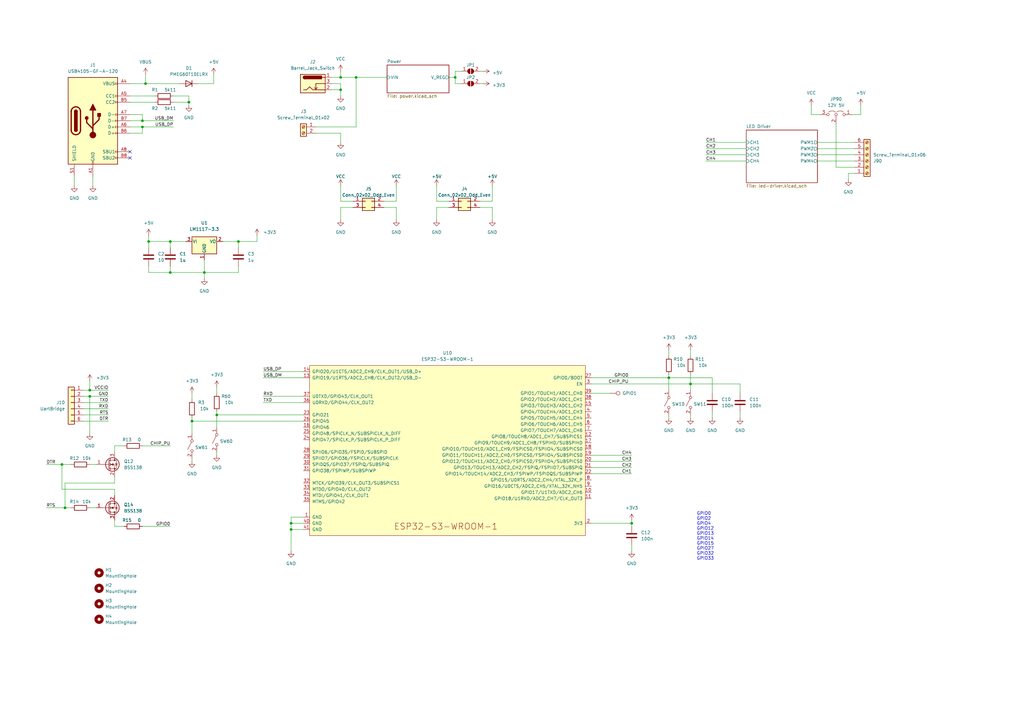
<source format=kicad_sch>
(kicad_sch (version 20230121) (generator eeschema)
  (paper "A3")
  (title_block (title "Starfish") (date "2023-01-30") (rev "A") (company "PaEber Electronics") (comment 1 "ESP based LED driver for ESPHome"))
  (lib_symbols
    (symbol "+3V3_1" (power) (pin_names (offset 0))
      (property "Value" "+3V3_1" (at 0 3.556 0))
      (symbol "+3V3_1_1_1"
        (pin power_in line (at 0 0 90) (length 0) hide (name "+3V3") (number "1"))
      )
    )
    (symbol "+5V_1" (power) (pin_names (offset 0))
      (property "Value" "+5V_1" (at 0 3.556 0))
      (symbol "+5V_1_1_1"
        (pin power_in line (at 0 0 90) (length 0) hide (name "+5V") (number "1"))
      )
    )
    (symbol "+5V_2" (power) (pin_names (offset 0))
      (property "Value" "+5V_2" (at 0 3.556 0))
      (symbol "+5V_2_1_1"
        (pin power_in line (at 0 0 90) (length 0) hide (name "+5V") (number "1"))
      )
    )
    (symbol "Connector:Barrel_Jack_Switch" (pin_names hide)
      (property "Reference" "J" (at 0 5.334 0))
      (property "Value" "Barrel_Jack_Switch" (at 0 -5.08 0))
      (symbol "Barrel_Jack_Switch_1_1"
        (pin passive line (at 7.62 2.54 180) (length 2.54) (name "~") (number "1"))
        (pin passive line (at 7.62 -2.54 180) (length 2.54) (name "~") (number "2"))
        (pin passive line (at 7.62 0 180) (length 2.54) (name "~") (number "3"))
      )
    )
    (symbol "Connector:Screw_Terminal_01x02" (pin_names (offset 1.016) hide)
      (property "Reference" "J" (at 0 2.54 0))
      (property "Value" "Screw_Terminal_01x02" (at 0 -5.08 0))
      (symbol "Screw_Terminal_01x02_1_1"
        (pin passive line (at -5.08 0 0) (length 3.81) (name "Pin_1") (number "1"))
        (pin passive line (at -5.08 -2.54 0) (length 3.81) (name "Pin_2") (number "2"))
      )
    )
    (symbol "Connector:Screw_Terminal_01x06" (pin_names (offset 1.016) hide)
      (property "Reference" "J" (at 0 7.62 0))
      (property "Value" "Screw_Terminal_01x06" (at 0 -10.16 0))
      (symbol "Screw_Terminal_01x06_1_1"
        (pin passive line (at -5.08 5.08 0) (length 3.81) (name "Pin_1") (number "1"))
        (pin passive line (at -5.08 2.54 0) (length 3.81) (name "Pin_2") (number "2"))
        (pin passive line (at -5.08 0 0) (length 3.81) (name "Pin_3") (number "3"))
        (pin passive line (at -5.08 -2.54 0) (length 3.81) (name "Pin_4") (number "4"))
        (pin passive line (at -5.08 -5.08 0) (length 3.81) (name "Pin_5") (number "5"))
        (pin passive line (at -5.08 -7.62 0) (length 3.81) (name "Pin_6") (number "6"))
      )
    )
    (symbol "Connector:TestPoint" (pin_numbers hide) (pin_names (offset 0.762) hide)
      (property "Reference" "TP" (at 0 6.858 0))
      (property "Value" "TestPoint" (at 0 5.08 0))
      (symbol "TestPoint_1_1"
        (pin passive line (at 0 0 90) (length 2.54) (name "1") (number "1"))
      )
    )
    (symbol "Connector_Generic:Conn_01x06" (pin_names (offset 1.016) hide)
      (property "Reference" "J" (at 0 7.62 0))
      (property "Value" "Conn_01x06" (at 0 -10.16 0))
      (symbol "Conn_01x06_1_1"
        (pin passive line (at -5.08 5.08 0) (length 3.81) (name "Pin_1") (number "1"))
        (pin passive line (at -5.08 2.54 0) (length 3.81) (name "Pin_2") (number "2"))
        (pin passive line (at -5.08 0 0) (length 3.81) (name "Pin_3") (number "3"))
        (pin passive line (at -5.08 -2.54 0) (length 3.81) (name "Pin_4") (number "4"))
        (pin passive line (at -5.08 -5.08 0) (length 3.81) (name "Pin_5") (number "5"))
        (pin passive line (at -5.08 -7.62 0) (length 3.81) (name "Pin_6") (number "6"))
      )
    )
    (symbol "Connector_Generic:Conn_02x02_Odd_Even" (pin_names (offset 1.016) hide)
      (property "Reference" "J" (at 1.27 2.54 0))
      (property "Value" "Conn_02x02_Odd_Even" (at 1.27 -5.08 0))
      (symbol "Conn_02x02_Odd_Even_1_1"
        (pin passive line (at -5.08 0 0) (length 3.81) (name "Pin_1") (number "1"))
        (pin passive line (at 7.62 0 180) (length 3.81) (name "Pin_2") (number "2"))
        (pin passive line (at -5.08 -2.54 0) (length 3.81) (name "Pin_3") (number "3"))
        (pin passive line (at 7.62 -2.54 180) (length 3.81) (name "Pin_4") (number "4"))
      )
    )
    (symbol "Device:C" (pin_numbers hide) (pin_names (offset 0.254))
      (property "Reference" "C" (at 0.635 2.54 0))
      (property "Value" "C" (at 0.635 -2.54 0))
      (symbol "C_1_1"
        (pin passive line (at 0 3.81 270) (length 2.794) (name "~") (number "1"))
        (pin passive line (at 0 -3.81 90) (length 2.794) (name "~") (number "2"))
      )
    )
    (symbol "Device:D" (pin_numbers hide) (pin_names (offset 1.016) hide)
      (property "Reference" "D" (at 0 2.54 0))
      (property "Value" "D" (at 0 -2.54 0))
      (symbol "D_1_1"
        (pin passive line (at -3.81 0 0) (length 2.54) (name "K") (number "1"))
        (pin passive line (at 3.81 0 180) (length 2.54) (name "A") (number "2"))
      )
    )
    (symbol "Device:R" (pin_numbers hide) (pin_names (offset 0))
      (property "Reference" "R" (at 2.032 0 90))
      (property "Value" "R" (at 0 0 90))
      (symbol "R_1_1"
        (pin passive line (at 0 3.81 270) (length 1.27) (name "~") (number "1"))
        (pin passive line (at 0 -3.81 90) (length 1.27) (name "~") (number "2"))
      )
    )
    (symbol "Espressif:ESP32-S3-WROOM-1" (pin_names (offset 1.016))
      (property "Reference" "U" (at 0 35.56 0))
      (property "Value" "ESP32-S3-WROOM-1" (at 0 -36.83 0))
      (symbol "ESP32-S3-WROOM-1_0_0"
        (text "ESP32-S3-WROOM-1" (at 0 -31.75 0) (effects (font (size 2.54 2.54))))
        (pin power_in line (at 58.42 -27.94 180) (length 2.54) (name "GND") (number "1"))
        (pin bidirectional line (at -59.69 -17.78 0) (length 2.54) (name "GPIO17/U1TXD/ADC2_CH6") (number "10"))
        (pin bidirectional line (at -59.69 -20.32 0) (length 2.54) (name "GPIO18/U1RXD/ADC2_CH7/CLK_OUT3") (number "11"))
        (pin bidirectional line (at -59.69 5.08 0) (length 2.54) (name "GPIO8/TOUCH8/ADC1_CH7/SUBSPICS1") (number "12"))
        (pin bidirectional line (at 58.42 29.21 180) (length 2.54) (name "GPIO19/U1RTS/ADC2_CH8/CLK_OUT2/USB_D-") (number "13"))
        (pin bidirectional line (at 58.42 31.75 180) (length 2.54) (name "GPIO20/U1CTS/ADC2_CH9/CLK_OUT1/USB_D+") (number "14"))
        (pin bidirectional line (at -59.69 17.78 0) (length 2.54) (name "GPIO3/TOUCH3/ADC1_CH2") (number "15"))
        (pin bidirectional line (at 58.42 8.89 180) (length 2.54) (name "GPIO46") (number "16"))
        (pin bidirectional line (at -59.69 2.54 0) (length 2.54) (name "GPIO9/TOUCH9/ADC1_CH8/FSPIHD/SUBSPIHD") (number "17"))
        (pin bidirectional line (at -59.69 0 0) (length 2.54) (name "GPIO10/TOUCH10/ADC1_CH9/FSPICS0/FSPIIO4/SUBSPICS0") (number "18"))
        (pin bidirectional line (at -59.69 -2.54 0) (length 2.54) (name "GPIO11/TOUCH11/ADC2_CH0/FSPICS0/FSPIIO4/SUBSPICS0") (number "19"))
        (pin power_in line (at -59.69 -30.48 0) (length 2.54) (name "3V3") (number "2"))
        (pin bidirectional line (at -59.69 -5.08 0) (length 2.54) (name "GPIO12/TOUCH11/ADC2_CH0/FSPICS0/FSPIIO4/SUBSPICS0") (number "20"))
        (pin bidirectional line (at -59.69 -7.62 0) (length 2.54) (name "GPIO13/TOUCH13/ADC2_CH2/FSPIQ/FSPIIO7/SUBSPIQ") (number "21"))
        (pin bidirectional line (at -59.69 -10.16 0) (length 2.54) (name "GPIO14/TOUCH14/ADC2_CH3/FSPIWP/FSPIDQS/SUBSPIWP") (number "22"))
        (pin bidirectional line (at 58.42 13.97 180) (length 2.54) (name "GPIO21") (number "23"))
        (pin bidirectional line (at 58.42 3.81 180) (length 2.54) (name "GPIO47/SPICLK_P/SUBSPICLK_P_DIFF") (number "24"))
        (pin bidirectional line (at 58.42 6.35 180) (length 2.54) (name "GPIO48/SPICLK_N/SUBSPICLK_N_DIFF") (number "25"))
        (pin bidirectional line (at 58.42 11.43 180) (length 2.54) (name "GPIO45") (number "26"))
        (pin bidirectional line (at -59.69 29.21 0) (length 2.54) (name "GPIO0/BOOT") (number "27"))
        (pin bidirectional line (at 58.42 -1.27 180) (length 2.54) (name "SPIIO6/GPIO35/FSPID/SUBSPID") (number "28"))
        (pin bidirectional line (at 58.42 -3.81 180) (length 2.54) (name "SPIIO7/GPIO36/FSPICLK/SUBSPICLK") (number "29"))
        (pin input line (at -59.69 26.67 0) (length 2.54) (name "EN") (number "3"))
        (pin bidirectional line (at 58.42 -6.35 180) (length 2.54) (name "SPIDQS/GPIO37/FSPIQ/SUBSPIQ") (number "30"))
        (pin bidirectional line (at 58.42 -8.89 180) (length 2.54) (name "GPIO38/FSPIWP/SUBSPIWP") (number "31"))
        (pin bidirectional line (at 58.42 -13.97 180) (length 2.54) (name "MTCK/GPIO39/CLK_OUT3/SUBSPICS1") (number "32"))
        (pin bidirectional line (at 58.42 -16.51 180) (length 2.54) (name "MTDO/GPIO40/CLK_OUT2") (number "33"))
        (pin bidirectional line (at 58.42 -19.05 180) (length 2.54) (name "MTDI/GPIO41/CLK_OUT1") (number "34"))
        (pin bidirectional line (at 58.42 -21.59 180) (length 2.54) (name "MTMS/GPIO42") (number "35"))
        (pin bidirectional line (at 58.42 19.05 180) (length 2.54) (name "U0RXD/GPIO44/CLK_OUT2") (number "36"))
        (pin bidirectional line (at 58.42 21.59 180) (length 2.54) (name "U0TXD/GPIO43/CLK_OUT1") (number "37"))
        (pin bidirectional line (at -59.69 20.32 0) (length 2.54) (name "GPIO2/TOUCH2/ADC1_CH1") (number "38"))
        (pin bidirectional line (at -59.69 22.86 0) (length 2.54) (name "GPIO1/TOUCH1/ADC1_CH0") (number "39"))
        (pin bidirectional line (at -59.69 15.24 0) (length 2.54) (name "GPIO4/TOUCH4/ADC1_CH3") (number "4"))
        (pin power_in line (at 58.42 -30.48 180) (length 2.54) (name "GND") (number "40"))
        (pin power_in line (at 58.42 -33.02 180) (length 2.54) (name "GND") (number "41"))
        (pin bidirectional line (at -59.69 12.7 0) (length 2.54) (name "GPIO5/TOUCH5/ADC1_CH4") (number "5"))
        (pin bidirectional line (at -59.69 10.16 0) (length 2.54) (name "GPIO6/TOUCH6/ADC1_CH5") (number "6"))
        (pin bidirectional line (at -59.69 7.62 0) (length 2.54) (name "GPIO7/TOUCH7/ADC1_CH6") (number "7"))
        (pin bidirectional line (at -59.69 -12.7 0) (length 2.54) (name "GPIO15/U0RTS/ADC2_CH4/XTAL_32K_P") (number "8"))
        (pin bidirectional line (at -59.69 -15.24 0) (length 2.54) (name "GPIO16/U0CTS/ADC2_CH5/XTAL_32K_NH5") (number "9"))
      )
    )
    (symbol "GND_1" (power) (pin_names (offset 0))
      (property "Value" "GND_1" (at 0 -3.81 0))
      (symbol "GND_1_1_1"
        (pin power_in line (at 0 0 270) (length 0) hide (name "GND") (number "1"))
      )
    )
    (symbol "GND_2" (power) (pin_names (offset 0))
      (property "Value" "GND_2" (at 0 -3.81 0))
      (symbol "GND_2_1_1"
        (pin power_in line (at 0 0 270) (length 0) hide (name "GND") (number "1"))
      )
    )
    (symbol "Jumper:Jumper_3_Open" (pin_names (offset 0) hide)
      (property "Reference" "JP" (at -2.54 -2.54 0))
      (property "Value" "Jumper_3_Open" (at 0 2.794 0))
      (symbol "Jumper_3_Open_1_1"
        (pin passive line (at -6.35 0 0) (length 2.54) (name "A") (number "1"))
        (pin input line (at 0 -3.81 90) (length 2.54) (name "C") (number "2"))
        (pin passive line (at 6.35 0 180) (length 2.54) (name "B") (number "3"))
      )
    )
    (symbol "Jumper:SolderJumper_2_Open" (pin_names (offset 0) hide)
      (property "Reference" "JP" (at 0 2.032 0))
      (property "Value" "SolderJumper_2_Open" (at 0 -2.54 0))
      (symbol "SolderJumper_2_Open_1_1"
        (pin passive line (at -3.81 0 0) (length 2.54) (name "A") (number "1"))
        (pin passive line (at 3.81 0 180) (length 2.54) (name "B") (number "2"))
      )
    )
    (symbol "Mechanical:MountingHole" (pin_names (offset 1.016))
      (property "Reference" "H" (at 0 5.08 0))
      (property "Value" "MountingHole" (at 0 3.175 0))
    )
    (symbol "Regulator_Linear:LM1117-3.3" (pin_names (offset 0.254))
      (property "Reference" "U" (at -3.81 3.175 0))
      (property "Value" "LM1117-3.3" (at 0 3.175 0))
      (symbol "LM1117-3.3_1_1"
        (pin power_in line (at 0 -7.62 90) (length 2.54) (name "GND") (number "1"))
        (pin power_out line (at 7.62 0 180) (length 2.54) (name "VO") (number "2"))
        (pin power_in line (at -7.62 0 0) (length 2.54) (name "VI") (number "3"))
      )
    )
    (symbol "Transistor_FET:BSS138" (pin_names hide)
      (property "Reference" "Q" (at 5.08 1.905 0))
      (property "Value" "BSS138" (at 5.08 0 0))
      (symbol "BSS138_1_1"
        (pin input line (at -5.08 0 0) (length 2.54) (name "G") (number "1"))
        (pin passive line (at 2.54 -5.08 90) (length 2.54) (name "S") (number "2"))
        (pin passive line (at 2.54 5.08 270) (length 2.54) (name "D") (number "3"))
      )
    )
    (symbol "VCC_1" (power) (pin_names (offset 0))
      (property "Value" "VCC_1" (at 0 3.81 0))
      (symbol "VCC_1_1_1"
        (pin power_in line (at 0 0 90) (length 0) hide (name "VCC") (number "1"))
      )
    )
    (symbol "paeber:1301.9315" (pin_names (offset 0) hide)
      (property "Reference" "SW" (at 0 3.175 0))
      (symbol "1301.9315_1_1"
        (pin passive line (at -5.08 0 0) (length 2.54) (name "A") (number "1"))
        (pin passive line (at 5.08 0 180) (length 2.54) (name "B") (number "2"))
      )
    )
    (symbol "paeber:USB4105-GF-A-120" (pin_names (offset 1.016))
      (property "Reference" "J?" (at 0 22.86 0))
      (property "Value" "USB4105-GF-A-120" (at 0 20.32 0))
      (symbol "USB4105-GF-A-120_1_1"
        (pin passive line (at 0 -22.86 90) (length 5.08) (name "GND") (number "A1"))
        (pin passive line (at 0 -22.86 90) (length 5.08) hide (name "GND") (number "A12"))
        (pin passive line (at 15.24 15.24 180) (length 5.08) (name "VBUS") (number "A4"))
        (pin bidirectional line (at 15.24 10.16 180) (length 5.08) (name "CC1") (number "A5"))
        (pin bidirectional line (at 15.24 -2.54 180) (length 5.08) (name "D+") (number "A6"))
        (pin bidirectional line (at 15.24 2.54 180) (length 5.08) (name "D-") (number "A7"))
        (pin bidirectional line (at 15.24 -12.7 180) (length 5.08) (name "SBU1") (number "A8"))
        (pin passive line (at 15.24 15.24 180) (length 5.08) hide (name "VBUS") (number "A9"))
        (pin passive line (at 0 -22.86 90) (length 5.08) hide (name "GND") (number "B1"))
        (pin passive line (at 0 -22.86 90) (length 5.08) hide (name "GND") (number "B12"))
        (pin passive line (at 15.24 15.24 180) (length 5.08) hide (name "VBUS") (number "B4"))
        (pin bidirectional line (at 15.24 7.62 180) (length 5.08) (name "CC2") (number "B5"))
        (pin bidirectional line (at 15.24 -5.08 180) (length 5.08) (name "D+") (number "B6"))
        (pin bidirectional line (at 15.24 0 180) (length 5.08) (name "D-") (number "B7"))
        (pin bidirectional line (at 15.24 -15.24 180) (length 5.08) (name "SBU2") (number "B8"))
        (pin passive line (at 15.24 15.24 180) (length 5.08) hide (name "VBUS") (number "B9"))
        (pin passive line (at -7.62 -22.86 90) (length 5.08) (name "SHIELD") (number "S1"))
      )
    )
    (symbol "power:+3V3" (power) (pin_names (offset 0))
      (property "Value" "+3V3" (at 0 3.556 0))
      (symbol "+3V3_1_1"
        (pin power_in line (at 0 0 90) (length 0) hide (name "+3V3") (number "1"))
      )
    )
    (symbol "power:+5V" (power) (pin_names (offset 0))
      (property "Value" "+5V" (at 0 3.556 0))
      (symbol "+5V_1_1"
        (pin power_in line (at 0 0 90) (length 0) hide (name "+5V") (number "1"))
      )
    )
    (symbol "power:GND" (power) (pin_names (offset 0))
      (property "Value" "GND" (at 0 -3.81 0))
      (symbol "GND_1_1"
        (pin power_in line (at 0 0 270) (length 0) hide (name "GND") (number "1"))
      )
    )
    (symbol "power:VBUS" (power) (pin_names (offset 0))
      (property "Value" "VBUS" (at 0 3.81 0))
      (symbol "VBUS_1_1"
        (pin power_in line (at 0 0 90) (length 0) hide (name "VBUS") (number "1"))
      )
    )
    (symbol "power:VCC" (power) (pin_names (offset 0))
      (property "Value" "VCC" (at 0 3.81 0))
      (symbol "VCC_1_1"
        (pin power_in line (at 0 0 90) (length 0) hide (name "VCC") (number "1"))
      )
    )
  )
  (junction (at 186.69 31.75))
  (junction (at 36.83 160.02))
  (junction (at 259.08 214.63))
  (junction (at 139.7 36.83))
  (junction (at 69.85 111.76))
  (junction (at 119.38 214.63))
  (junction (at 58.42 52.07))
  (junction (at 83.82 111.76))
  (junction (at 25.4 190.5))
  (junction (at 119.38 217.17))
  (junction (at 59.69 34.29))
  (junction (at 274.32 154.94))
  (junction (at 77.47 41.91))
  (junction (at 26.67 208.28))
  (junction (at 88.9 170.18))
  (junction (at 97.79 99.06))
  (junction (at 146.05 31.75))
  (junction (at 78.74 172.72))
  (junction (at 60.96 99.06))
  (junction (at 36.83 162.56))
  (junction (at 58.42 49.53))
  (junction (at 69.85 99.06))
  (junction (at 139.7 31.75))
  (junction (at 283.21 157.48))
  (no_connect (at 53.34 62.23))
  (no_connect (at 53.34 64.77))
  (wire (pts (xy 77.47 41.91) (xy 77.47 39.37)))
  (wire (pts (xy 119.38 212.09) (xy 119.38 214.63)))
  (wire (pts (xy 69.85 99.06) (xy 76.2 99.06)))
  (wire (pts (xy 25.4 190.5) (xy 29.21 190.5)))
  (wire (pts (xy 335.28 63.5) (xy 350.52 63.5)))
  (wire (pts (xy 59.69 34.29) (xy 53.34 34.29)))
  (wire (pts (xy 146.05 52.07) (xy 146.05 31.75)))
  (wire (pts (xy 283.21 170.18) (xy 283.21 171.45)))
  (wire (pts (xy 179.07 90.17) (xy 179.07 85.09)))
  (wire (pts (xy 335.28 66.04) (xy 350.52 66.04)))
  (wire (pts (xy 26.67 198.12) (xy 26.67 208.28)))
  (wire (pts (xy 44.45 162.56) (xy 36.83 162.56)))
  (wire (pts (xy 179.07 76.2) (xy 179.07 82.55)))
  (wire (pts (xy 19.05 190.5) (xy 25.4 190.5)))
  (wire (pts (xy 139.7 31.75) (xy 146.05 31.75)))
  (wire (pts (xy 38.1 72.39) (xy 38.1 76.2)))
  (wire (pts (xy 46.99 203.2) (xy 46.99 200.66)))
  (wire (pts (xy 201.93 85.09) (xy 196.85 85.09)))
  (wire (pts (xy 124.46 212.09) (xy 119.38 212.09)))
  (wire (pts (xy 283.21 143.51) (xy 283.21 146.05)))
  (wire (pts (xy 292.1 154.94) (xy 292.1 161.29)))
  (wire (pts (xy 306.07 60.96) (xy 289.56 60.96)))
  (wire (pts (xy 97.79 99.06) (xy 97.79 101.6)))
  (wire (pts (xy 162.56 76.2) (xy 162.56 82.55)))
  (wire (pts (xy 139.7 76.2) (xy 139.7 82.55)))
  (wire (pts (xy 30.48 72.39) (xy 30.48 76.2)))
  (wire (pts (xy 201.93 82.55) (xy 196.85 82.55)))
  (wire (pts (xy 60.96 111.76) (xy 69.85 111.76)))
  (wire (pts (xy 50.8 215.9) (xy 46.99 215.9)))
  (wire (pts (xy 69.85 101.6) (xy 69.85 99.06)))
  (wire (pts (xy 44.45 160.02) (xy 36.83 160.02)))
  (wire (pts (xy 124.46 152.4) (xy 107.95 152.4)))
  (wire (pts (xy 58.42 52.07) (xy 71.12 52.07)))
  (wire (pts (xy 58.42 215.9) (xy 69.85 215.9)))
  (wire (pts (xy 44.45 165.1) (xy 34.29 165.1)))
  (wire (pts (xy 19.05 208.28) (xy 26.67 208.28)))
  (wire (pts (xy 124.46 217.17) (xy 119.38 217.17)))
  (wire (pts (xy 242.57 186.69) (xy 259.08 186.69)))
  (wire (pts (xy 36.83 160.02) (xy 34.29 160.02)))
  (wire (pts (xy 107.95 165.1) (xy 124.46 165.1)))
  (wire (pts (xy 162.56 85.09) (xy 157.48 85.09)))
  (wire (pts (xy 353.06 43.18) (xy 353.06 46.99)))
  (wire (pts (xy 336.55 46.99) (xy 332.74 46.99)))
  (wire (pts (xy 58.42 49.53) (xy 53.34 49.53)))
  (wire (pts (xy 292.1 168.91) (xy 292.1 171.45)))
  (wire (pts (xy 69.85 111.76) (xy 83.82 111.76)))
  (wire (pts (xy 342.9 50.8) (xy 342.9 68.58)))
  (wire (pts (xy 119.38 217.17) (xy 119.38 226.06)))
  (wire (pts (xy 242.57 154.94) (xy 274.32 154.94)))
  (wire (pts (xy 303.53 168.91) (xy 303.53 171.45)))
  (wire (pts (xy 77.47 39.37) (xy 71.12 39.37)))
  (wire (pts (xy 58.42 52.07) (xy 53.34 52.07)))
  (wire (pts (xy 347.98 73.66) (xy 347.98 71.12)))
  (wire (pts (xy 46.99 182.88) (xy 46.99 185.42)))
  (wire (pts (xy 259.08 215.9) (xy 259.08 214.63)))
  (wire (pts (xy 129.54 52.07) (xy 146.05 52.07)))
  (wire (pts (xy 119.38 214.63) (xy 119.38 217.17)))
  (wire (pts (xy 53.34 46.99) (xy 58.42 46.99)))
  (wire (pts (xy 162.56 90.17) (xy 162.56 85.09)))
  (wire (pts (xy 58.42 46.99) (xy 58.42 49.53)))
  (wire (pts (xy 88.9 170.18) (xy 124.46 170.18)))
  (wire (pts (xy 349.25 46.99) (xy 353.06 46.99)))
  (wire (pts (xy 44.45 172.72) (xy 34.29 172.72)))
  (wire (pts (xy 87.63 30.48) (xy 87.63 34.29)))
  (wire (pts (xy 139.7 90.17) (xy 139.7 85.09)))
  (wire (pts (xy 146.05 31.75) (xy 158.75 31.75)))
  (wire (pts (xy 88.9 185.42) (xy 88.9 186.69)))
  (wire (pts (xy 83.82 111.76) (xy 97.79 111.76)))
  (wire (pts (xy 259.08 223.52) (xy 259.08 226.06)))
  (wire (pts (xy 242.57 214.63) (xy 259.08 214.63)))
  (wire (pts (xy 335.28 58.42) (xy 350.52 58.42)))
  (wire (pts (xy 36.83 162.56) (xy 36.83 177.8)))
  (wire (pts (xy 60.96 99.06) (xy 69.85 99.06)))
  (wire (pts (xy 87.63 34.29) (xy 81.28 34.29)))
  (wire (pts (xy 162.56 82.55) (xy 157.48 82.55)))
  (wire (pts (xy 53.34 54.61) (xy 58.42 54.61)))
  (wire (pts (xy 274.32 153.67) (xy 274.32 154.94)))
  (wire (pts (xy 26.67 208.28) (xy 29.21 208.28)))
  (wire (pts (xy 78.74 187.96) (xy 78.74 189.23)))
  (wire (pts (xy 44.45 167.64) (xy 34.29 167.64)))
  (wire (pts (xy 78.74 172.72) (xy 124.46 172.72)))
  (wire (pts (xy 306.07 66.04) (xy 289.56 66.04)))
  (wire (pts (xy 88.9 170.18) (xy 88.9 175.26)))
  (wire (pts (xy 242.57 157.48) (xy 283.21 157.48)))
  (wire (pts (xy 139.7 36.83) (xy 139.7 34.29)))
  (wire (pts (xy 88.9 168.91) (xy 88.9 170.18)))
  (wire (pts (xy 36.83 190.5) (xy 39.37 190.5)))
  (wire (pts (xy 259.08 214.63) (xy 259.08 213.36)))
  (wire (pts (xy 83.82 106.68) (xy 83.82 111.76)))
  (wire (pts (xy 242.57 189.23) (xy 259.08 189.23)))
  (wire (pts (xy 186.69 29.21) (xy 186.69 31.75)))
  (wire (pts (xy 50.8 182.88) (xy 46.99 182.88)))
  (wire (pts (xy 59.69 30.48) (xy 59.69 34.29)))
  (wire (pts (xy 139.7 85.09) (xy 144.78 85.09)))
  (wire (pts (xy 242.57 194.31) (xy 259.08 194.31)))
  (wire (pts (xy 179.07 85.09) (xy 184.15 85.09)))
  (wire (pts (xy 186.69 34.29) (xy 186.69 31.75)))
  (wire (pts (xy 283.21 153.67) (xy 283.21 157.48)))
  (wire (pts (xy 124.46 214.63) (xy 119.38 214.63)))
  (wire (pts (xy 60.96 96.52) (xy 60.96 99.06)))
  (wire (pts (xy 306.07 58.42) (xy 289.56 58.42)))
  (wire (pts (xy 139.7 54.61) (xy 139.7 58.42)))
  (wire (pts (xy 46.99 200.66) (xy 25.4 200.66)))
  (wire (pts (xy 186.69 31.75) (xy 184.15 31.75)))
  (wire (pts (xy 78.74 171.45) (xy 78.74 172.72)))
  (wire (pts (xy 91.44 99.06) (xy 97.79 99.06)))
  (wire (pts (xy 347.98 71.12) (xy 350.52 71.12)))
  (wire (pts (xy 129.54 54.61) (xy 139.7 54.61)))
  (wire (pts (xy 283.21 160.02) (xy 283.21 157.48)))
  (wire (pts (xy 105.41 96.52) (xy 105.41 99.06)))
  (wire (pts (xy 107.95 162.56) (xy 124.46 162.56)))
  (wire (pts (xy 139.7 31.75) (xy 139.7 29.21)))
  (wire (pts (xy 53.34 39.37) (xy 63.5 39.37)))
  (wire (pts (xy 60.96 109.22) (xy 60.96 111.76)))
  (wire (pts (xy 46.99 215.9) (xy 46.99 213.36)))
  (wire (pts (xy 135.89 36.83) (xy 139.7 36.83)))
  (wire (pts (xy 201.93 76.2) (xy 201.93 82.55)))
  (wire (pts (xy 44.45 170.18) (xy 34.29 170.18)))
  (wire (pts (xy 58.42 54.61) (xy 58.42 52.07)))
  (wire (pts (xy 25.4 200.66) (xy 25.4 190.5)))
  (wire (pts (xy 53.34 41.91) (xy 63.5 41.91)))
  (wire (pts (xy 78.74 161.29) (xy 78.74 163.83)))
  (wire (pts (xy 274.32 170.18) (xy 274.32 171.45)))
  (wire (pts (xy 46.99 195.58) (xy 46.99 198.12)))
  (wire (pts (xy 124.46 154.94) (xy 107.95 154.94)))
  (wire (pts (xy 77.47 43.18) (xy 77.47 41.91)))
  (wire (pts (xy 303.53 157.48) (xy 303.53 161.29)))
  (wire (pts (xy 97.79 109.22) (xy 97.79 111.76)))
  (wire (pts (xy 83.82 111.76) (xy 83.82 114.3)))
  (wire (pts (xy 139.7 39.37) (xy 139.7 36.83)))
  (wire (pts (xy 139.7 82.55) (xy 144.78 82.55)))
  (wire (pts (xy 274.32 143.51) (xy 274.32 146.05)))
  (wire (pts (xy 201.93 90.17) (xy 201.93 85.09)))
  (wire (pts (xy 342.9 68.58) (xy 350.52 68.58)))
  (wire (pts (xy 36.83 156.21) (xy 36.83 160.02)))
  (wire (pts (xy 36.83 162.56) (xy 34.29 162.56)))
  (wire (pts (xy 196.85 29.21) (xy 198.12 29.21)))
  (wire (pts (xy 292.1 154.94) (xy 274.32 154.94)))
  (wire (pts (xy 332.74 43.18) (xy 332.74 46.99)))
  (wire (pts (xy 58.42 182.88) (xy 69.85 182.88)))
  (wire (pts (xy 46.99 198.12) (xy 26.67 198.12)))
  (wire (pts (xy 242.57 191.77) (xy 259.08 191.77)))
  (wire (pts (xy 306.07 63.5) (xy 289.56 63.5)))
  (wire (pts (xy 335.28 60.96) (xy 350.52 60.96)))
  (wire (pts (xy 135.89 31.75) (xy 139.7 31.75)))
  (wire (pts (xy 189.23 34.29) (xy 186.69 34.29)))
  (wire (pts (xy 274.32 154.94) (xy 274.32 160.02)))
  (wire (pts (xy 78.74 172.72) (xy 78.74 177.8)))
  (wire (pts (xy 60.96 99.06) (xy 60.96 101.6)))
  (wire (pts (xy 196.85 34.29) (xy 198.12 34.29)))
  (wire (pts (xy 189.23 29.21) (xy 186.69 29.21)))
  (wire (pts (xy 71.12 41.91) (xy 77.47 41.91)))
  (wire (pts (xy 179.07 82.55) (xy 184.15 82.55)))
  (wire (pts (xy 242.57 161.29) (xy 250.19 161.29)))
  (wire (pts (xy 88.9 158.75) (xy 88.9 161.29)))
  (wire (pts (xy 97.79 99.06) (xy 105.41 99.06)))
  (wire (pts (xy 58.42 49.53) (xy 71.12 49.53)))
  (wire (pts (xy 69.85 109.22) (xy 69.85 111.76)))
  (wire (pts (xy 139.7 34.29) (xy 135.89 34.29)))
  (wire (pts (xy 283.21 157.48) (xy 303.53 157.48)))
  (wire (pts (xy 59.69 34.29) (xy 73.66 34.29)))
  (wire (pts (xy 36.83 208.28) (xy 39.37 208.28)))
  (text "GPIO0\nGPIO2\nGPIO4\nGPIO12\nGPIO13\nGPIO14\nGPIO15\nGPIO27\nGPIO32\nGPIO33" (at 285.75 229.87 0) (effects (font (size 1.27 1.27)) (justify left bottom)))
  (label "USB_DP" (at 71.12 52.07 180))
  (label "VCCIO" (at 44.45 160.02 180))
  (label "TXD" (at 107.95 165.1 0))
  (label "CH2" (at 259.08 191.77 180))
  (label "USB_DM" (at 71.12 49.53 180))
  (label "TXD" (at 44.45 165.1 180))
  (label "RTS" (at 44.45 170.18 180))
  (label "USB_DM" (at 107.95 154.94 0))
  (label "RTS" (at 19.05 208.28 0))
  (label "RXD" (at 44.45 167.64 180))
  (label "CH2" (at 289.56 60.96 0))
  (label "CH1" (at 289.56 58.42 0))
  (label "CHIP_PU" (at 69.85 182.88 180))
  (label "CH4" (at 289.56 66.04 0))
  (label "USB_DP" (at 107.95 152.4 0))
  (label "CHIP_PU" (at 257.81 157.48 180))
  (label "CH4" (at 259.08 186.69 180))
  (label "GND" (at 44.45 162.56 180))
  (label "DTR" (at 44.45 172.72 180))
  (label "DTR" (at 19.05 190.5 0))
  (label "RXD" (at 107.95 162.56 0))
  (label "CH3" (at 259.08 189.23 180))
  (label "CH1" (at 259.08 194.31 180))
  (label "GPIO0" (at 69.85 215.9 180))
  (label "CH3" (at 289.56 63.5 0))
  (label "GPIO0" (at 257.81 154.94 180))
  (symbol (lib_id "power:VCC") (at 332.74 43.18 0) (mirror y) (unit 1)
    (property "Reference" "#PWR0124" (effects hide))
    (property "Value" "VCC" (at 332.74 38.1 0))
  )
  (symbol (lib_id "power:VBUS") (at 59.69 30.48 0) (unit 1)
    (property "Reference" "#PWR0107" (effects hide))
    (property "Value" "VBUS" (at 59.69 25.4 0))
  )
  (symbol (lib_id "Connector_Generic:Conn_02x02_Odd_Even") (at 149.86 82.55 0) (unit 1)
    (property "Reference" "J5" (at 151.13 77.47 0))
    (property "Value" "Conn_02x02_Odd_Even" (at 151.13 80.01 0))
    (property "Footprint" "Connector_PinHeader_2.54mm:PinHeader_2x02_P2.54mm_Vertical" (effects hide))
  )
  (symbol (lib_id "power:+3V3") (at 88.9 158.75 0) (unit 1)
    (property "Reference" "#PWR0137" (effects hide))
    (property "Value" "+3V3" (at 88.9 153.67 0))
  )
  (symbol (lib_id "power:+3V3") (at 78.74 161.29 0) (unit 1)
    (property "Reference" "#PWR011" (effects hide))
    (property "Value" "+3V3" (at 78.74 156.21 0))
  )
  (symbol (lib_id "Mechanical:MountingHole") (at 40.64 254 0) (unit 1)
    (property "Reference" "H4" (at 43.18 252.7299 0) (effects (justify left)))
    (property "Value" "MountingHole" (at 43.18 255.2699 0) (effects (justify left)))
    (property "Footprint" "MountingHole:MountingHole_3.2mm_M3_DIN965_Pad_TopBottom" (effects hide))
  )
  (symbol (lib_id "Transistor_FET:BSS138") (at 44.45 190.5 0) (unit 1)
    (property "Reference" "Q12" (at 50.8 189.2299 0) (effects (justify left)))
    (property "Value" "BSS138" (at 50.8 191.7699 0) (effects (justify left)))
    (property "Footprint" "Package_TO_SOT_SMD:SOT-23" (effects hide))
    (property "Datasheet" "https://www.onsemi.com/pub/Collateral/BSS138-D.PDF" (effects hide))
  )
  (symbol (lib_id "Device:R") (at 33.02 190.5 270) (mirror x) (unit 1)
    (property "Reference" "R12" (at 30.48 187.96 90))
    (property "Value" "10k" (at 35.56 187.96 90))
    (property "Footprint" "Resistor_SMD:R_0603_1608Metric_Pad0.98x0.95mm_HandSolder" (effects hide))
  )
  (symbol (lib_id "power:GND") (at 36.83 177.8 0) (mirror y) (unit 1)
    (property "Reference" "#PWR0135" (effects hide))
    (property "Value" "GND" (at 36.83 182.88 0))
  )
  (symbol (lib_id "power:GND") (at 292.1 171.45 0) (unit 1)
    (property "Reference" "#PWR0130" (effects hide))
    (property "Value" "GND" (at 292.1 176.53 0))
  )
  (symbol (lib_id "Device:C") (at 259.08 219.71 0) (mirror y) (unit 1)
    (property "Reference" "C12" (at 262.89 218.4399 0) (effects (justify right)))
    (property "Value" "100n" (at 262.89 220.9799 0) (effects (justify right)))
    (property "Footprint" "Capacitor_SMD:C_0805_2012Metric_Pad1.18x1.45mm_HandSolder" (effects hide))
  )
  (symbol (lib_id "paeber:USB4105-GF-A-120") (at 38.1 49.53 0) (unit 1)
    (property "Reference" "J1" (at 38.1 26.67 0))
    (property "Value" "USB4105-GF-A-120" (at 38.1 29.21 0))
    (property "Footprint" "Connector_USB:USB_C_Receptacle_HRO_TYPE-C-31-M-12" (effects hide))
    (property "Datasheet" "https://www.usb.org/sites/default/files/documents/usb_type-c.zip" (effects hide))
    (property "Mouser" "640-USB4105-GF-A-120" (effects hide))
  )
  (symbol (lib_id "Connector:TestPoint") (at 250.19 161.29 270) (unit 1)
    (property "Reference" "GPIO1" (at 255.27 161.2899 90) (effects (justify left)))
    (property "Value" "TestPoint" (effects hide))
    (property "Footprint" "TestPoint:TestPoint_Pad_D2.5mm" (effects hide))
  )
  (symbol (lib_id "Jumper:Jumper_3_Open") (at 342.9 46.99 0) (mirror y) (unit 1)
    (property "Reference" "JP90" (at 342.9 40.64 0))
    (property "Value" "12V 5V" (at 342.9 43.18 0))
    (property "Footprint" "Jumper:SolderJumper-3_P1.3mm_Open_RoundedPad1.0x1.5mm_NumberLabels" (effects hide))
  )
  (symbol (lib_id "Device:R") (at 274.32 149.86 0) (mirror x) (unit 1)
    (property "Reference" "R10" (at 278.13 147.32 0))
    (property "Value" "10k" (at 279.4 149.86 0))
    (property "Footprint" "Resistor_SMD:R_0603_1608Metric_Pad0.98x0.95mm_HandSolder" (effects hide))
  )
  (symbol (lib_id "power:+3V3") (at 274.32 143.51 0) (unit 1)
    (property "Reference" "#PWR0127" (effects hide))
    (property "Value" "+3V3" (at 274.32 138.43 0))
  )
  (symbol (lib_id "power:GND") (at 78.74 189.23 0) (unit 1)
    (property "Reference" "#PWR012" (effects hide))
    (property "Value" "GND" (at 78.74 194.31 0))
  )
  (symbol (lib_id "power:+5V") (at 87.63 30.48 0) (unit 1)
    (property "Reference" "#PWR0108" (effects hide))
    (property "Value" "+5V" (at 87.63 25.4 0))
  )
  (symbol (lib_name "+5V_2") (lib_id "power:+5V") (at 201.93 76.2 0) (unit 1)
    (property "Reference" "#PWR07" (effects hide))
    (property "Value" "+5V" (at 201.93 72.39 0))
  )
  (symbol (lib_id "power:+3V3") (at 283.21 143.51 0) (unit 1)
    (property "Reference" "#PWR0128" (effects hide))
    (property "Value" "+3V3" (at 283.21 138.43 0))
  )
  (symbol (lib_id "power:+3V3") (at 259.08 213.36 0) (mirror y) (unit 1)
    (property "Reference" "#PWR0133" (effects hide))
    (property "Value" "+3V3" (at 259.08 208.28 0))
  )
  (symbol (lib_id "Device:C") (at 303.53 165.1 0) (mirror y) (unit 1)
    (property "Reference" "C11" (at 307.34 163.8299 0) (effects (justify right)))
    (property "Value" "100n" (at 307.34 166.3699 0) (effects (justify right)))
    (property "Footprint" "Capacitor_SMD:C_0805_2012Metric_Pad1.18x1.45mm_HandSolder" (effects hide))
  )
  (symbol (lib_id "Regulator_Linear:LM1117-3.3") (at 83.82 99.06 0) (unit 1)
    (property "Reference" "U1" (at 83.82 91.44 0))
    (property "Value" "LM1117-3.3" (at 83.82 93.98 0))
    (property "Footprint" "Package_TO_SOT_SMD:SOT-223-3_TabPin2" (effects hide))
    (property "Datasheet" "http://www.ti.com/lit/ds/symlink/lm1117.pdf" (effects hide))
  )
  (symbol (lib_id "Device:R") (at 33.02 208.28 270) (mirror x) (unit 1)
    (property "Reference" "R14" (at 30.48 205.74 90))
    (property "Value" "10k" (at 35.56 205.74 90))
    (property "Footprint" "Resistor_SMD:R_0603_1608Metric_Pad0.98x0.95mm_HandSolder" (effects hide))
  )
  (symbol (lib_id "Mechanical:MountingHole") (at 40.64 247.65 0) (unit 1)
    (property "Reference" "H3" (at 43.18 246.3799 0) (effects (justify left)))
    (property "Value" "MountingHole" (at 43.18 248.9199 0) (effects (justify left)))
    (property "Footprint" "MountingHole:MountingHole_3.2mm_M3_DIN965_Pad_TopBottom" (effects hide))
  )
  (symbol (lib_id "paeber:1301.9315") (at 88.9 180.34 90) (mirror x) (unit 1)
    (property "Reference" "SW60" (at 90.17 180.975 90) (effects (justify right)))
    (property "Value" "1301.9315" (effects hide))
    (property "Footprint" "paeber:13019319" (effects hide))
    (property "Datasheet" "https://www.mouser.ch/datasheet/2/358/typ_6x6_mm_tact_switches-1275689.pdf" (effects hide))
    (property "Mouser" "693-1301.9315" (effects hide))
  )
  (symbol (lib_id "paeber:1301.9315") (at 274.32 165.1 90) (mirror x) (unit 1)
    (property "Reference" "SW10" (at 275.59 165.735 90) (effects (justify right)))
    (property "Value" "1301.9315" (effects hide))
    (property "Footprint" "paeber:13019319" (effects hide))
    (property "Datasheet" "https://www.mouser.ch/datasheet/2/358/typ_6x6_mm_tact_switches-1275689.pdf" (effects hide))
    (property "Mouser" "693-1301.9315" (effects hide))
  )
  (symbol (lib_id "power:+5V") (at 198.12 29.21 270) (unit 1)
    (property "Reference" "#PWR0118" (effects hide))
    (property "Value" "+5V" (at 201.93 29.845 90) (effects (justify left)))
  )
  (symbol (lib_name "GND_1") (lib_id "power:GND") (at 347.98 73.66 0) (unit 1)
    (property "Reference" "#PWR02" (effects hide))
    (property "Value" "GND" (at 347.98 78.74 0))
  )
  (symbol (lib_id "Device:C") (at 97.79 105.41 0) (unit 1)
    (property "Reference" "C3" (at 101.6 104.1399 0) (effects (justify left)))
    (property "Value" "1u" (at 101.6 106.6799 0) (effects (justify left)))
    (property "Footprint" "Capacitor_SMD:C_0805_2012Metric_Pad1.18x1.45mm_HandSolder" (effects hide))
  )
  (symbol (lib_name "GND_2") (lib_id "power:GND") (at 162.56 90.17 0) (mirror y) (unit 1)
    (property "Reference" "#PWR010" (effects hide))
    (property "Value" "GND" (at 162.56 95.25 0))
  )
  (symbol (lib_id "Connector_Generic:Conn_01x06") (at 29.21 165.1 0) (mirror y) (unit 1)
    (property "Reference" "J10" (at 26.67 165.0999 0) (effects (justify left)))
    (property "Value" "UartBridge" (at 26.67 167.6399 0) (effects (justify left)))
    (property "Footprint" "Connector_PinSocket_2.54mm:PinSocket_1x06_P2.54mm_Vertical" (effects hide))
  )
  (symbol (lib_id "power:GND") (at 77.47 43.18 0) (unit 1)
    (property "Reference" "#PWR0106" (effects hide))
    (property "Value" "GND" (at 77.47 48.26 0))
  )
  (symbol (lib_id "Device:R") (at 78.74 167.64 0) (mirror x) (unit 1)
    (property "Reference" "R3" (at 82.55 165.1 0))
    (property "Value" "10k" (at 83.82 167.64 0))
    (property "Footprint" "Resistor_SMD:R_0603_1608Metric_Pad0.98x0.95mm_HandSolder" (effects hide))
  )
  (symbol (lib_id "power:GND") (at 88.9 186.69 0) (unit 1)
    (property "Reference" "#PWR0134" (effects hide))
    (property "Value" "GND" (at 88.9 191.77 0))
  )
  (symbol (lib_id "Transistor_FET:BSS138") (at 44.45 208.28 0) (mirror x) (unit 1)
    (property "Reference" "Q14" (at 50.8 207.0099 0) (effects (justify left)))
    (property "Value" "BSS138" (at 50.8 209.5499 0) (effects (justify left)))
    (property "Footprint" "Package_TO_SOT_SMD:SOT-23" (effects hide))
    (property "Datasheet" "https://www.onsemi.com/pub/Collateral/BSS138-D.PDF" (effects hide))
  )
  (symbol (lib_id "Device:R") (at 54.61 215.9 270) (mirror x) (unit 1)
    (property "Reference" "R15" (at 52.07 213.36 90))
    (property "Value" "0" (at 57.15 213.36 90))
    (property "Footprint" "Resistor_SMD:R_0603_1608Metric_Pad0.98x0.95mm_HandSolder" (effects hide))
  )
  (symbol (lib_id "power:GND") (at 139.7 39.37 0) (unit 1)
    (property "Reference" "#PWR0117" (effects hide))
    (property "Value" "GND" (at 139.7 44.45 0))
  )
  (symbol (lib_id "Jumper:SolderJumper_2_Open") (at 193.04 29.21 0) (unit 1)
    (property "Reference" "JP1" (at 193.04 26.67 0))
    (property "Value" "SolderJumper_2_Open" (effects hide))
    (property "Footprint" "Jumper:SolderJumper-2_P1.3mm_Open_RoundedPad1.0x1.5mm" (effects hide))
  )
  (symbol (lib_name "GND_2") (lib_id "power:GND") (at 139.7 90.17 0) (unit 1)
    (property "Reference" "#PWR03" (effects hide))
    (property "Value" "GND" (at 139.7 95.25 0))
  )
  (symbol (lib_name "+3V3_1") (lib_id "power:+3V3") (at 198.12 34.29 270) (unit 1)
    (property "Reference" "#PWR01" (effects hide))
    (property "Value" "+3V3" (at 201.93 34.925 90) (effects (justify left)))
  )
  (symbol (lib_id "power:GND") (at 139.7 58.42 0) (unit 1)
    (property "Reference" "#PWR0126" (effects hide))
    (property "Value" "GND" (at 139.7 63.5 0))
  )
  (symbol (lib_id "power:+3V3") (at 36.83 156.21 0) (unit 1)
    (property "Reference" "#PWR0136" (effects hide))
    (property "Value" "+3V3" (at 39.37 154.9399 0) (effects (justify left)))
  )
  (symbol (lib_name "VCC_1") (lib_id "power:VCC") (at 139.7 76.2 0) (unit 1)
    (property "Reference" "#PWR04" (effects hide))
    (property "Value" "VCC" (at 139.7 72.39 0))
  )
  (symbol (lib_id "Connector:Screw_Terminal_01x02") (at 124.46 52.07 0) (mirror y) (unit 1)
    (property "Reference" "J3" (at 124.46 45.72 0))
    (property "Value" "Screw_Terminal_01x02" (at 124.46 48.26 0))
    (property "Footprint" "paeber:CUI_TBP01R1-508-02BE" (effects hide))
    (property "Mouser" "490-TBP01R1-508-02BE" (effects hide))
  )
  (symbol (lib_id "power:GND") (at 283.21 171.45 0) (unit 1)
    (property "Reference" "#PWR0103" (effects hide))
    (property "Value" "GND" (at 283.21 176.53 0))
  )
  (symbol (lib_id "Jumper:SolderJumper_2_Open") (at 193.04 34.29 0) (unit 1)
    (property "Reference" "JP2" (at 193.04 31.75 0))
    (property "Value" "SolderJumper_2_Open" (effects hide))
    (property "Footprint" "Jumper:SolderJumper-2_P1.3mm_Open_RoundedPad1.0x1.5mm" (effects hide))
  )
  (symbol (lib_name "VCC_1") (lib_id "power:VCC") (at 162.56 76.2 0) (mirror y) (unit 1)
    (property "Reference" "#PWR09" (effects hide))
    (property "Value" "VCC" (at 162.56 72.39 0))
  )
  (symbol (lib_id "power:GND") (at 259.08 226.06 0) (mirror y) (unit 1)
    (property "Reference" "#PWR0131" (effects hide))
    (property "Value" "GND" (at 259.08 231.14 0))
  )
  (symbol (lib_id "paeber:1301.9315") (at 283.21 165.1 90) (mirror x) (unit 1)
    (property "Reference" "SW11" (at 284.48 165.735 90) (effects (justify right)))
    (property "Value" "1301.9315" (effects hide))
    (property "Footprint" "paeber:13019319" (effects hide))
    (property "Datasheet" "https://www.mouser.ch/datasheet/2/358/typ_6x6_mm_tact_switches-1275689.pdf" (effects hide))
    (property "Mouser" "693-1301.9315" (effects hide))
  )
  (symbol (lib_id "Mechanical:MountingHole") (at 40.64 234.95 0) (unit 1)
    (property "Reference" "H1" (at 43.18 233.6799 0) (effects (justify left)))
    (property "Value" "MountingHole" (at 43.18 236.2199 0) (effects (justify left)))
    (property "Footprint" "MountingHole:MountingHole_3.2mm_M3_DIN965_Pad_TopBottom" (effects hide))
  )
  (symbol (lib_name "GND_2") (lib_id "power:GND") (at 179.07 90.17 0) (unit 1)
    (property "Reference" "#PWR06" (effects hide))
    (property "Value" "GND" (at 179.07 95.25 0))
  )
  (symbol (lib_id "Device:C") (at 292.1 165.1 0) (mirror y) (unit 1)
    (property "Reference" "C10" (at 295.91 163.8299 0) (effects (justify right)))
    (property "Value" "100n" (at 295.91 166.3699 0) (effects (justify right)))
    (property "Footprint" "Capacitor_SMD:C_0805_2012Metric_Pad1.18x1.45mm_HandSolder" (effects hide))
  )
  (symbol (lib_id "Connector_Generic:Conn_02x02_Odd_Even") (at 189.23 82.55 0) (unit 1)
    (property "Reference" "J4" (at 190.5 77.47 0))
    (property "Value" "Conn_02x02_Odd_Even" (at 190.5 80.01 0))
    (property "Footprint" "Connector_PinHeader_2.54mm:PinHeader_2x02_P2.54mm_Vertical" (effects hide))
  )
  (symbol (lib_id "power:+5V") (at 60.96 96.52 0) (unit 1)
    (property "Reference" "#PWR0110" (effects hide))
    (property "Value" "+5V" (at 60.96 91.44 0))
  )
  (symbol (lib_id "Espressif:ESP32-S3-WROOM-1") (at 182.88 184.15 0) (mirror y) (unit 1)
    (property "Reference" "U10" (at 183.515 144.78 0))
    (property "Value" "ESP32-S3-WROOM-1" (at 183.515 147.32 0))
    (property "Footprint" "Espressif:ESP32-S3-WROOM-1" (effects hide))
  )
  (symbol (lib_id "power:+5V") (at 353.06 43.18 0) (mirror y) (unit 1)
    (property "Reference" "#PWR0125" (effects hide))
    (property "Value" "+5V" (at 353.06 38.1 0))
  )
  (symbol (lib_id "power:GND") (at 83.82 114.3 0) (unit 1)
    (property "Reference" "#PWR0109" (effects hide))
    (property "Value" "GND" (at 83.82 119.38 0))
  )
  (symbol (lib_id "power:+3V3") (at 105.41 96.52 0) (unit 1)
    (property "Reference" "#PWR0111" (effects hide))
    (property "Value" "+3V3" (at 107.95 95.2499 0) (effects (justify left)))
  )
  (symbol (lib_id "Device:C") (at 60.96 105.41 0) (unit 1)
    (property "Reference" "C2" (at 64.77 104.1399 0) (effects (justify left)))
    (property "Value" "10" (at 64.77 106.6799 0) (effects (justify left)))
    (property "Footprint" "Capacitor_SMD:C_0805_2012Metric_Pad1.18x1.45mm_HandSolder" (effects hide))
  )
  (symbol (lib_id "power:GND") (at 38.1 76.2 0) (unit 1)
    (property "Reference" "#PWR0101" (effects hide))
    (property "Value" "GND" (at 38.1 81.28 0))
  )
  (symbol (lib_id "Device:R") (at 54.61 182.88 270) (mirror x) (unit 1)
    (property "Reference" "R13" (at 52.07 180.34 90))
    (property "Value" "0" (at 57.15 180.34 90))
    (property "Footprint" "Resistor_SMD:R_0603_1608Metric_Pad0.98x0.95mm_HandSolder" (effects hide))
  )
  (symbol (lib_id "power:GND") (at 119.38 226.06 0) (mirror y) (unit 1)
    (property "Reference" "#PWR0129" (effects hide))
    (property "Value" "GND" (at 119.38 231.14 0))
  )
  (symbol (lib_id "Device:R") (at 88.9 165.1 0) (mirror x) (unit 1)
    (property "Reference" "R60" (at 92.71 162.56 0))
    (property "Value" "10k" (at 93.98 165.1 0))
    (property "Footprint" "Resistor_SMD:R_0603_1608Metric_Pad0.98x0.95mm_HandSolder" (effects hide))
  )
  (symbol (lib_id "power:GND") (at 30.48 76.2 0) (unit 1)
    (property "Reference" "#PWR0102" (effects hide))
    (property "Value" "GND" (at 30.48 81.28 0))
  )
  (symbol (lib_id "power:GND") (at 303.53 171.45 0) (unit 1)
    (property "Reference" "#PWR0132" (effects hide))
    (property "Value" "GND" (at 303.53 176.53 0))
  )
  (symbol (lib_id "Device:R") (at 67.31 41.91 90) (unit 1)
    (property "Reference" "R2" (at 63.5 44.45 90))
    (property "Value" "5k11" (at 69.85 44.45 90))
    (property "Footprint" "Resistor_SMD:R_0603_1608Metric_Pad0.98x0.95mm_HandSolder" (effects hide))
  )
  (symbol (lib_id "power:GND") (at 274.32 171.45 0) (unit 1)
    (property "Reference" "#PWR0104" (effects hide))
    (property "Value" "GND" (at 274.32 176.53 0))
  )
  (symbol (lib_id "Connector:Screw_Terminal_01x06") (at 355.6 66.04 0) (mirror x) (unit 1)
    (property "Reference" "J90" (at 358.14 66.0401 0) (effects (justify left)))
    (property "Value" "Screw_Terminal_01x06" (at 358.14 63.5001 0) (effects (justify left)))
    (property "Footprint" "paeber:CUI_TBP01R1-508-06BE" (effects hide))
    (property "Mouser" "490-TBP01R1-508-06BE" (effects hide))
  )
  (symbol (lib_id "Mechanical:MountingHole") (at 40.64 241.3 0) (unit 1)
    (property "Reference" "H2" (at 43.18 240.0299 0) (effects (justify left)))
    (property "Value" "MountingHole" (at 43.18 242.5699 0) (effects (justify left)))
    (property "Footprint" "MountingHole:MountingHole_3.2mm_M3_DIN965_Pad_TopBottom" (effects hide))
  )
  (symbol (lib_id "paeber:1301.9315") (at 78.74 182.88 90) (mirror x) (unit 1)
    (property "Reference" "SW61" (at 80.01 183.515 90) (effects (justify right)))
    (property "Value" "1301.9315" (effects hide))
    (property "Footprint" "paeber:13019319" (effects hide))
    (property "Datasheet" "https://www.mouser.ch/datasheet/2/358/typ_6x6_mm_tact_switches-1275689.pdf" (effects hide))
    (property "Mouser" "693-1301.9315" (effects hide))
  )
  (symbol (lib_id "Device:R") (at 67.31 39.37 90) (mirror x) (unit 1)
    (property "Reference" "R1" (at 63.5 36.83 90))
    (property "Value" "5k11" (at 69.85 36.83 90))
    (property "Footprint" "Resistor_SMD:R_0603_1608Metric_Pad0.98x0.95mm_HandSolder" (effects hide))
  )
  (symbol (lib_id "Device:R") (at 283.21 149.86 0) (mirror x) (unit 1)
    (property "Reference" "R11" (at 287.02 147.32 0))
    (property "Value" "10k" (at 288.29 149.86 0))
    (property "Footprint" "Resistor_SMD:R_0603_1608Metric_Pad0.98x0.95mm_HandSolder" (effects hide))
  )
  (symbol (lib_id "Device:C") (at 69.85 105.41 0) (unit 1)
    (property "Reference" "C1" (at 73.66 104.1399 0) (effects (justify left)))
    (property "Value" "1u" (at 73.66 106.6799 0) (effects (justify left)))
    (property "Footprint" "Capacitor_SMD:C_0805_2012Metric_Pad1.18x1.45mm_HandSolder" (effects hide))
  )
  (symbol (lib_id "Connector:Barrel_Jack_Switch") (at 128.27 34.29 0) (unit 1)
    (property "Reference" "J2" (at 128.27 25.4 0))
    (property "Value" "Barrel_Jack_Switch" (at 128.27 27.94 0))
    (property "Footprint" "Connector_BarrelJack:BarrelJack_Wuerth_6941xx301002" (effects hide))
    (property "Mouser" "992-CON-SOCJ-2155" (effects hide))
  )
  (symbol (lib_id "Device:D") (at 77.47 34.29 180) (unit 1)
    (property "Reference" "D1" (at 77.47 27.94 0))
    (property "Value" "PMEG60T10ELRX" (at 77.47 30.48 0))
    (property "Footprint" "Diode_SMD:D_SOD-123" (effects hide))
    (property "Datasheet" "https://www.mouser.ch/datasheet/2/916/PMEG60T10ELR-1370634.pdf" (effects hide))
    (property "Mouser" "771-PMEG60T10ELRX" (effects hide))
  )
  (symbol (lib_id "power:VCC") (at 139.7 29.21 0) (unit 1)
    (property "Reference" "#PWR0116" (effects hide))
    (property "Value" "VCC" (at 139.7 24.13 0))
  )
  (symbol (lib_name "GND_2") (lib_id "power:GND") (at 201.93 90.17 0) (mirror y) (unit 1)
    (property "Reference" "#PWR08" (effects hide))
    (property "Value" "GND" (at 201.93 95.25 0))
  )
  (symbol (lib_name "+5V_1") (lib_id "power:+5V") (at 179.07 76.2 0) (unit 1)
    (property "Reference" "#PWR05" (effects hide))
    (property "Value" "+5V" (at 179.07 72.39 0))
  )
  (sheet (at 306.07 53.34) (size 29.21 21.59) (stroke (width 0.1524))
    (property "Sheetname" "LED Driver" (at 306.07 52.6284 0) (effects (justify left bottom)))
    (property "Sheetfile" "led-driver.kicad_sch" (at 306.07 75.5146 0) (effects (justify left top)))
    (pin "PWM4" output (at 335.28 66.04 0))
    (pin "CH1" input (at 306.07 58.42 180))
    (pin "PWM2" output (at 335.28 60.96 0))
    (pin "PWM1" output (at 335.28 58.42 0))
    (pin "CH4" input (at 306.07 66.04 180))
    (pin "CH2" input (at 306.07 60.96 180))
    (pin "PWM3" output (at 335.28 63.5 0))
    (pin "CH3" input (at 306.07 63.5 180))
  )
  (sheet (at 158.75 26.67) (size 25.4 11.43) (stroke (width 0.1524))
    (property "Sheetname" "Power" (at 158.75 25.9584 0) (effects (justify left bottom)))
    (property "Sheetfile" "power.kicad_sch" (at 158.75 38.6846 0) (effects (justify left top)))
    (pin "V_REG" output (at 184.15 31.75 0))
    (pin "VIN" input (at 158.75 31.75 180))
  )
)
</source>
